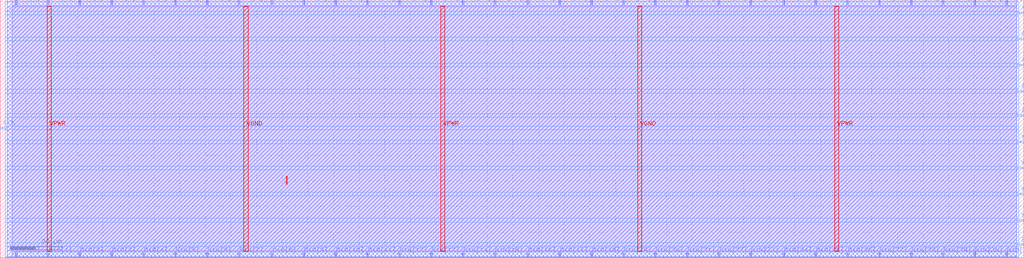
<source format=lef>
VERSION 5.7 ;
  NOWIREEXTENSIONATPIN ON ;
  DIVIDERCHAR "/" ;
  BUSBITCHARS "[]" ;
MACRO RAM32
  CLASS BLOCK ;
  FOREIGN RAM32 ;
  ORIGIN 0.000 0.000 ;
  SIZE 399.280 BY 100.640 ;
  PIN A0[0]
    DIRECTION INPUT ;
    USE SIGNAL ;
    PORT
      LAYER met3 ;
        RECT 397.280 55.120 399.280 55.720 ;
    END
  END A0[0]
  PIN A0[1]
    DIRECTION INPUT ;
    USE SIGNAL ;
    PORT
      LAYER met3 ;
        RECT 397.280 64.640 399.280 65.240 ;
    END
  END A0[1]
  PIN A0[2]
    DIRECTION INPUT ;
    USE SIGNAL ;
    PORT
      LAYER met3 ;
        RECT 397.280 74.840 399.280 75.440 ;
    END
  END A0[2]
  PIN A0[3]
    DIRECTION INPUT ;
    USE SIGNAL ;
    PORT
      LAYER met3 ;
        RECT 397.280 85.040 399.280 85.640 ;
    END
  END A0[3]
  PIN A0[4]
    DIRECTION INPUT ;
    USE SIGNAL ;
    PORT
      LAYER met3 ;
        RECT 397.280 95.240 399.280 95.840 ;
    END
  END A0[4]
  PIN CLK
    DIRECTION INPUT ;
    USE SIGNAL ;
    PORT
      LAYER met3 ;
        RECT 0.000 50.360 2.000 50.960 ;
    END
  END CLK
  PIN Di0[0]
    DIRECTION INPUT ;
    USE SIGNAL ;
    PORT
      LAYER met2 ;
        RECT 6.070 0.000 6.350 2.000 ;
    END
  END Di0[0]
  PIN Di0[10]
    DIRECTION INPUT ;
    USE SIGNAL ;
    PORT
      LAYER met2 ;
        RECT 130.730 0.000 131.010 2.000 ;
    END
  END Di0[10]
  PIN Di0[11]
    DIRECTION INPUT ;
    USE SIGNAL ;
    PORT
      LAYER met2 ;
        RECT 143.150 0.000 143.430 2.000 ;
    END
  END Di0[11]
  PIN Di0[12]
    DIRECTION INPUT ;
    USE SIGNAL ;
    PORT
      LAYER met2 ;
        RECT 155.570 0.000 155.850 2.000 ;
    END
  END Di0[12]
  PIN Di0[13]
    DIRECTION INPUT ;
    USE SIGNAL ;
    PORT
      LAYER met2 ;
        RECT 167.990 0.000 168.270 2.000 ;
    END
  END Di0[13]
  PIN Di0[14]
    DIRECTION INPUT ;
    USE SIGNAL ;
    PORT
      LAYER met2 ;
        RECT 180.410 0.000 180.690 2.000 ;
    END
  END Di0[14]
  PIN Di0[15]
    DIRECTION INPUT ;
    USE SIGNAL ;
    PORT
      LAYER met2 ;
        RECT 192.830 0.000 193.110 2.000 ;
    END
  END Di0[15]
  PIN Di0[16]
    DIRECTION INPUT ;
    USE SIGNAL ;
    PORT
      LAYER met2 ;
        RECT 205.710 0.000 205.990 2.000 ;
    END
  END Di0[16]
  PIN Di0[17]
    DIRECTION INPUT ;
    USE SIGNAL ;
    PORT
      LAYER met2 ;
        RECT 218.130 0.000 218.410 2.000 ;
    END
  END Di0[17]
  PIN Di0[18]
    DIRECTION INPUT ;
    USE SIGNAL ;
    PORT
      LAYER met2 ;
        RECT 230.550 0.000 230.830 2.000 ;
    END
  END Di0[18]
  PIN Di0[19]
    DIRECTION INPUT ;
    USE SIGNAL ;
    PORT
      LAYER met2 ;
        RECT 242.970 0.000 243.250 2.000 ;
    END
  END Di0[19]
  PIN Di0[1]
    DIRECTION INPUT ;
    USE SIGNAL ;
    PORT
      LAYER met2 ;
        RECT 18.490 0.000 18.770 2.000 ;
    END
  END Di0[1]
  PIN Di0[20]
    DIRECTION INPUT ;
    USE SIGNAL ;
    PORT
      LAYER met2 ;
        RECT 255.390 0.000 255.670 2.000 ;
    END
  END Di0[20]
  PIN Di0[21]
    DIRECTION INPUT ;
    USE SIGNAL ;
    PORT
      LAYER met2 ;
        RECT 267.810 0.000 268.090 2.000 ;
    END
  END Di0[21]
  PIN Di0[22]
    DIRECTION INPUT ;
    USE SIGNAL ;
    PORT
      LAYER met2 ;
        RECT 280.230 0.000 280.510 2.000 ;
    END
  END Di0[22]
  PIN Di0[23]
    DIRECTION INPUT ;
    USE SIGNAL ;
    PORT
      LAYER met2 ;
        RECT 292.650 0.000 292.930 2.000 ;
    END
  END Di0[23]
  PIN Di0[24]
    DIRECTION INPUT ;
    USE SIGNAL ;
    PORT
      LAYER met2 ;
        RECT 305.530 0.000 305.810 2.000 ;
    END
  END Di0[24]
  PIN Di0[25]
    DIRECTION INPUT ;
    USE SIGNAL ;
    PORT
      LAYER met2 ;
        RECT 317.950 0.000 318.230 2.000 ;
    END
  END Di0[25]
  PIN Di0[26]
    DIRECTION INPUT ;
    USE SIGNAL ;
    PORT
      LAYER met2 ;
        RECT 330.370 0.000 330.650 2.000 ;
    END
  END Di0[26]
  PIN Di0[27]
    DIRECTION INPUT ;
    USE SIGNAL ;
    PORT
      LAYER met2 ;
        RECT 342.790 0.000 343.070 2.000 ;
    END
  END Di0[27]
  PIN Di0[28]
    DIRECTION INPUT ;
    USE SIGNAL ;
    PORT
      LAYER met2 ;
        RECT 355.210 0.000 355.490 2.000 ;
    END
  END Di0[28]
  PIN Di0[29]
    DIRECTION INPUT ;
    USE SIGNAL ;
    PORT
      LAYER met2 ;
        RECT 367.630 0.000 367.910 2.000 ;
    END
  END Di0[29]
  PIN Di0[2]
    DIRECTION INPUT ;
    USE SIGNAL ;
    PORT
      LAYER met2 ;
        RECT 30.910 0.000 31.190 2.000 ;
    END
  END Di0[2]
  PIN Di0[30]
    DIRECTION INPUT ;
    USE SIGNAL ;
    PORT
      LAYER met2 ;
        RECT 380.050 0.000 380.330 2.000 ;
    END
  END Di0[30]
  PIN Di0[31]
    DIRECTION INPUT ;
    USE SIGNAL ;
    PORT
      LAYER met2 ;
        RECT 392.470 0.000 392.750 2.000 ;
    END
  END Di0[31]
  PIN Di0[3]
    DIRECTION INPUT ;
    USE SIGNAL ;
    PORT
      LAYER met2 ;
        RECT 43.330 0.000 43.610 2.000 ;
    END
  END Di0[3]
  PIN Di0[4]
    DIRECTION INPUT ;
    USE SIGNAL ;
    PORT
      LAYER met2 ;
        RECT 55.750 0.000 56.030 2.000 ;
    END
  END Di0[4]
  PIN Di0[5]
    DIRECTION INPUT ;
    USE SIGNAL ;
    PORT
      LAYER met2 ;
        RECT 68.170 0.000 68.450 2.000 ;
    END
  END Di0[5]
  PIN Di0[6]
    DIRECTION INPUT ;
    USE SIGNAL ;
    PORT
      LAYER met2 ;
        RECT 80.590 0.000 80.870 2.000 ;
    END
  END Di0[6]
  PIN Di0[7]
    DIRECTION INPUT ;
    USE SIGNAL ;
    PORT
      LAYER met2 ;
        RECT 93.010 0.000 93.290 2.000 ;
    END
  END Di0[7]
  PIN Di0[8]
    DIRECTION INPUT ;
    USE SIGNAL ;
    PORT
      LAYER met2 ;
        RECT 105.890 0.000 106.170 2.000 ;
    END
  END Di0[8]
  PIN Di0[9]
    DIRECTION INPUT ;
    USE SIGNAL ;
    PORT
      LAYER met2 ;
        RECT 118.310 0.000 118.590 2.000 ;
    END
  END Di0[9]
  PIN Do0[0]
    DIRECTION OUTPUT TRISTATE ;
    USE SIGNAL ;
    PORT
      LAYER met2 ;
        RECT 6.070 98.640 6.350 100.640 ;
    END
  END Do0[0]
  PIN Do0[10]
    DIRECTION OUTPUT TRISTATE ;
    USE SIGNAL ;
    PORT
      LAYER met2 ;
        RECT 130.730 98.640 131.010 100.640 ;
    END
  END Do0[10]
  PIN Do0[11]
    DIRECTION OUTPUT TRISTATE ;
    USE SIGNAL ;
    PORT
      LAYER met2 ;
        RECT 143.150 98.640 143.430 100.640 ;
    END
  END Do0[11]
  PIN Do0[12]
    DIRECTION OUTPUT TRISTATE ;
    USE SIGNAL ;
    PORT
      LAYER met2 ;
        RECT 155.570 98.640 155.850 100.640 ;
    END
  END Do0[12]
  PIN Do0[13]
    DIRECTION OUTPUT TRISTATE ;
    USE SIGNAL ;
    PORT
      LAYER met2 ;
        RECT 167.990 98.640 168.270 100.640 ;
    END
  END Do0[13]
  PIN Do0[14]
    DIRECTION OUTPUT TRISTATE ;
    USE SIGNAL ;
    PORT
      LAYER met2 ;
        RECT 180.410 98.640 180.690 100.640 ;
    END
  END Do0[14]
  PIN Do0[15]
    DIRECTION OUTPUT TRISTATE ;
    USE SIGNAL ;
    PORT
      LAYER met2 ;
        RECT 192.830 98.640 193.110 100.640 ;
    END
  END Do0[15]
  PIN Do0[16]
    DIRECTION OUTPUT TRISTATE ;
    USE SIGNAL ;
    PORT
      LAYER met2 ;
        RECT 205.710 98.640 205.990 100.640 ;
    END
  END Do0[16]
  PIN Do0[17]
    DIRECTION OUTPUT TRISTATE ;
    USE SIGNAL ;
    PORT
      LAYER met2 ;
        RECT 218.130 98.640 218.410 100.640 ;
    END
  END Do0[17]
  PIN Do0[18]
    DIRECTION OUTPUT TRISTATE ;
    USE SIGNAL ;
    PORT
      LAYER met2 ;
        RECT 230.550 98.640 230.830 100.640 ;
    END
  END Do0[18]
  PIN Do0[19]
    DIRECTION OUTPUT TRISTATE ;
    USE SIGNAL ;
    PORT
      LAYER met2 ;
        RECT 242.970 98.640 243.250 100.640 ;
    END
  END Do0[19]
  PIN Do0[1]
    DIRECTION OUTPUT TRISTATE ;
    USE SIGNAL ;
    PORT
      LAYER met2 ;
        RECT 18.490 98.640 18.770 100.640 ;
    END
  END Do0[1]
  PIN Do0[20]
    DIRECTION OUTPUT TRISTATE ;
    USE SIGNAL ;
    PORT
      LAYER met2 ;
        RECT 255.390 98.640 255.670 100.640 ;
    END
  END Do0[20]
  PIN Do0[21]
    DIRECTION OUTPUT TRISTATE ;
    USE SIGNAL ;
    PORT
      LAYER met2 ;
        RECT 267.810 98.640 268.090 100.640 ;
    END
  END Do0[21]
  PIN Do0[22]
    DIRECTION OUTPUT TRISTATE ;
    USE SIGNAL ;
    PORT
      LAYER met2 ;
        RECT 280.230 98.640 280.510 100.640 ;
    END
  END Do0[22]
  PIN Do0[23]
    DIRECTION OUTPUT TRISTATE ;
    USE SIGNAL ;
    PORT
      LAYER met2 ;
        RECT 292.650 98.640 292.930 100.640 ;
    END
  END Do0[23]
  PIN Do0[24]
    DIRECTION OUTPUT TRISTATE ;
    USE SIGNAL ;
    PORT
      LAYER met2 ;
        RECT 305.530 98.640 305.810 100.640 ;
    END
  END Do0[24]
  PIN Do0[25]
    DIRECTION OUTPUT TRISTATE ;
    USE SIGNAL ;
    PORT
      LAYER met2 ;
        RECT 317.950 98.640 318.230 100.640 ;
    END
  END Do0[25]
  PIN Do0[26]
    DIRECTION OUTPUT TRISTATE ;
    USE SIGNAL ;
    PORT
      LAYER met2 ;
        RECT 330.370 98.640 330.650 100.640 ;
    END
  END Do0[26]
  PIN Do0[27]
    DIRECTION OUTPUT TRISTATE ;
    USE SIGNAL ;
    PORT
      LAYER met2 ;
        RECT 342.790 98.640 343.070 100.640 ;
    END
  END Do0[27]
  PIN Do0[28]
    DIRECTION OUTPUT TRISTATE ;
    USE SIGNAL ;
    PORT
      LAYER met2 ;
        RECT 355.210 98.640 355.490 100.640 ;
    END
  END Do0[28]
  PIN Do0[29]
    DIRECTION OUTPUT TRISTATE ;
    USE SIGNAL ;
    PORT
      LAYER met2 ;
        RECT 367.630 98.640 367.910 100.640 ;
    END
  END Do0[29]
  PIN Do0[2]
    DIRECTION OUTPUT TRISTATE ;
    USE SIGNAL ;
    PORT
      LAYER met2 ;
        RECT 30.910 98.640 31.190 100.640 ;
    END
  END Do0[2]
  PIN Do0[30]
    DIRECTION OUTPUT TRISTATE ;
    USE SIGNAL ;
    PORT
      LAYER met2 ;
        RECT 380.050 98.640 380.330 100.640 ;
    END
  END Do0[30]
  PIN Do0[31]
    DIRECTION OUTPUT TRISTATE ;
    USE SIGNAL ;
    PORT
      LAYER met2 ;
        RECT 392.470 98.640 392.750 100.640 ;
    END
  END Do0[31]
  PIN Do0[3]
    DIRECTION OUTPUT TRISTATE ;
    USE SIGNAL ;
    PORT
      LAYER met2 ;
        RECT 43.330 98.640 43.610 100.640 ;
    END
  END Do0[3]
  PIN Do0[4]
    DIRECTION OUTPUT TRISTATE ;
    USE SIGNAL ;
    PORT
      LAYER met2 ;
        RECT 55.750 98.640 56.030 100.640 ;
    END
  END Do0[4]
  PIN Do0[5]
    DIRECTION OUTPUT TRISTATE ;
    USE SIGNAL ;
    PORT
      LAYER met2 ;
        RECT 68.170 98.640 68.450 100.640 ;
    END
  END Do0[5]
  PIN Do0[6]
    DIRECTION OUTPUT TRISTATE ;
    USE SIGNAL ;
    PORT
      LAYER met2 ;
        RECT 80.590 98.640 80.870 100.640 ;
    END
  END Do0[6]
  PIN Do0[7]
    DIRECTION OUTPUT TRISTATE ;
    USE SIGNAL ;
    PORT
      LAYER met2 ;
        RECT 93.010 98.640 93.290 100.640 ;
    END
  END Do0[7]
  PIN Do0[8]
    DIRECTION OUTPUT TRISTATE ;
    USE SIGNAL ;
    PORT
      LAYER met2 ;
        RECT 105.890 98.640 106.170 100.640 ;
    END
  END Do0[8]
  PIN Do0[9]
    DIRECTION OUTPUT TRISTATE ;
    USE SIGNAL ;
    PORT
      LAYER met2 ;
        RECT 118.310 98.640 118.590 100.640 ;
    END
  END Do0[9]
  PIN EN0
    DIRECTION INPUT ;
    USE SIGNAL ;
    PORT
      LAYER met3 ;
        RECT 397.280 4.800 399.280 5.400 ;
    END
  END EN0
  PIN VGND
    DIRECTION INOUT ;
    USE GROUND ;
    PORT
      LAYER met4 ;
        RECT 95.080 2.480 96.680 98.160 ;
    END
    PORT
      LAYER met4 ;
        RECT 248.680 2.480 250.280 98.160 ;
    END
  END VGND
  PIN VPWR
    DIRECTION INOUT ;
    USE POWER ;
    PORT
      LAYER met4 ;
        RECT 18.280 2.480 19.880 98.160 ;
    END
    PORT
      LAYER met4 ;
        RECT 171.880 2.480 173.480 98.160 ;
    END
    PORT
      LAYER met4 ;
        RECT 325.480 2.480 327.080 98.160 ;
    END
  END VPWR
  PIN WE0[0]
    DIRECTION INPUT ;
    USE SIGNAL ;
    PORT
      LAYER met3 ;
        RECT 397.280 14.320 399.280 14.920 ;
    END
  END WE0[0]
  PIN WE0[1]
    DIRECTION INPUT ;
    USE SIGNAL ;
    PORT
      LAYER met3 ;
        RECT 397.280 24.520 399.280 25.120 ;
    END
  END WE0[1]
  PIN WE0[2]
    DIRECTION INPUT ;
    USE SIGNAL ;
    PORT
      LAYER met3 ;
        RECT 397.280 34.720 399.280 35.320 ;
    END
  END WE0[2]
  PIN WE0[3]
    DIRECTION INPUT ;
    USE SIGNAL ;
    PORT
      LAYER met3 ;
        RECT 397.280 44.920 399.280 45.520 ;
    END
  END WE0[3]
  OBS
      LAYER li1 ;
        RECT 2.760 2.635 396.520 98.005 ;
      LAYER met1 ;
        RECT 2.760 0.380 396.520 100.600 ;
      LAYER met2 ;
        RECT 4.700 98.360 5.790 100.630 ;
        RECT 6.630 98.360 18.210 100.630 ;
        RECT 19.050 98.360 30.630 100.630 ;
        RECT 31.470 98.360 43.050 100.630 ;
        RECT 43.890 98.360 55.470 100.630 ;
        RECT 56.310 98.360 67.890 100.630 ;
        RECT 68.730 98.360 80.310 100.630 ;
        RECT 81.150 98.360 92.730 100.630 ;
        RECT 93.570 98.360 105.610 100.630 ;
        RECT 106.450 98.360 118.030 100.630 ;
        RECT 118.870 98.360 130.450 100.630 ;
        RECT 131.290 98.360 142.870 100.630 ;
        RECT 143.710 98.360 155.290 100.630 ;
        RECT 156.130 98.360 167.710 100.630 ;
        RECT 168.550 98.360 180.130 100.630 ;
        RECT 180.970 98.360 192.550 100.630 ;
        RECT 193.390 98.360 205.430 100.630 ;
        RECT 206.270 98.360 217.850 100.630 ;
        RECT 218.690 98.360 230.270 100.630 ;
        RECT 231.110 98.360 242.690 100.630 ;
        RECT 243.530 98.360 255.110 100.630 ;
        RECT 255.950 98.360 267.530 100.630 ;
        RECT 268.370 98.360 279.950 100.630 ;
        RECT 280.790 98.360 292.370 100.630 ;
        RECT 293.210 98.360 305.250 100.630 ;
        RECT 306.090 98.360 317.670 100.630 ;
        RECT 318.510 98.360 330.090 100.630 ;
        RECT 330.930 98.360 342.510 100.630 ;
        RECT 343.350 98.360 354.930 100.630 ;
        RECT 355.770 98.360 367.350 100.630 ;
        RECT 368.190 98.360 379.770 100.630 ;
        RECT 380.610 98.360 392.190 100.630 ;
        RECT 393.030 98.360 396.430 100.630 ;
        RECT 4.700 2.280 396.430 98.360 ;
        RECT 4.700 0.155 5.790 2.280 ;
        RECT 6.630 0.155 18.210 2.280 ;
        RECT 19.050 0.155 30.630 2.280 ;
        RECT 31.470 0.155 43.050 2.280 ;
        RECT 43.890 0.155 55.470 2.280 ;
        RECT 56.310 0.155 67.890 2.280 ;
        RECT 68.730 0.155 80.310 2.280 ;
        RECT 81.150 0.155 92.730 2.280 ;
        RECT 93.570 0.155 105.610 2.280 ;
        RECT 106.450 0.155 118.030 2.280 ;
        RECT 118.870 0.155 130.450 2.280 ;
        RECT 131.290 0.155 142.870 2.280 ;
        RECT 143.710 0.155 155.290 2.280 ;
        RECT 156.130 0.155 167.710 2.280 ;
        RECT 168.550 0.155 180.130 2.280 ;
        RECT 180.970 0.155 192.550 2.280 ;
        RECT 193.390 0.155 205.430 2.280 ;
        RECT 206.270 0.155 217.850 2.280 ;
        RECT 218.690 0.155 230.270 2.280 ;
        RECT 231.110 0.155 242.690 2.280 ;
        RECT 243.530 0.155 255.110 2.280 ;
        RECT 255.950 0.155 267.530 2.280 ;
        RECT 268.370 0.155 279.950 2.280 ;
        RECT 280.790 0.155 292.370 2.280 ;
        RECT 293.210 0.155 305.250 2.280 ;
        RECT 306.090 0.155 317.670 2.280 ;
        RECT 318.510 0.155 330.090 2.280 ;
        RECT 330.930 0.155 342.510 2.280 ;
        RECT 343.350 0.155 354.930 2.280 ;
        RECT 355.770 0.155 367.350 2.280 ;
        RECT 368.190 0.155 379.770 2.280 ;
        RECT 380.610 0.155 392.190 2.280 ;
        RECT 393.030 0.155 396.430 2.280 ;
      LAYER met3 ;
        RECT 2.000 96.240 397.280 99.785 ;
        RECT 2.000 94.840 396.880 96.240 ;
        RECT 2.000 86.040 397.280 94.840 ;
        RECT 2.000 84.640 396.880 86.040 ;
        RECT 2.000 75.840 397.280 84.640 ;
        RECT 2.000 74.440 396.880 75.840 ;
        RECT 2.000 65.640 397.280 74.440 ;
        RECT 2.000 64.240 396.880 65.640 ;
        RECT 2.000 56.120 397.280 64.240 ;
        RECT 2.000 54.720 396.880 56.120 ;
        RECT 2.000 51.360 397.280 54.720 ;
        RECT 2.400 49.960 397.280 51.360 ;
        RECT 2.000 45.920 397.280 49.960 ;
        RECT 2.000 44.520 396.880 45.920 ;
        RECT 2.000 35.720 397.280 44.520 ;
        RECT 2.000 34.320 396.880 35.720 ;
        RECT 2.000 25.520 397.280 34.320 ;
        RECT 2.000 24.120 396.880 25.520 ;
        RECT 2.000 15.320 397.280 24.120 ;
        RECT 2.000 13.920 396.880 15.320 ;
        RECT 2.000 5.800 397.280 13.920 ;
        RECT 2.000 4.400 396.880 5.800 ;
        RECT 2.000 0.175 397.280 4.400 ;
      LAYER met4 ;
        RECT 111.615 28.735 111.945 31.785 ;
  END
END RAM32
END LIBRARY


</source>
